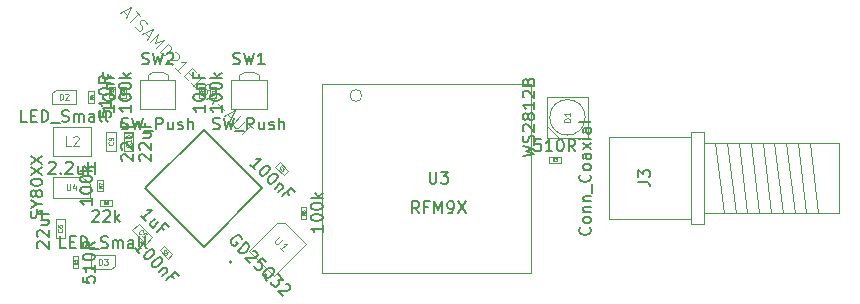
<source format=gbr>
%TF.GenerationSoftware,KiCad,Pcbnew,(5.1.6)-1*%
%TF.CreationDate,2020-12-02T12:11:42+01:00*%
%TF.ProjectId,LoRa_Dongle_Thin,4c6f5261-5f44-46f6-9e67-6c655f546869,rev?*%
%TF.SameCoordinates,Original*%
%TF.FileFunction,Other,Fab,Top*%
%FSLAX46Y46*%
G04 Gerber Fmt 4.6, Leading zero omitted, Abs format (unit mm)*
G04 Created by KiCad (PCBNEW (5.1.6)-1) date 2020-12-02 12:11:42*
%MOMM*%
%LPD*%
G01*
G04 APERTURE LIST*
%ADD10C,0.100000*%
%ADD11C,0.200000*%
%ADD12C,0.127000*%
%ADD13C,0.150000*%
%ADD14C,0.040000*%
%ADD15C,0.015000*%
%ADD16C,0.060000*%
%ADD17C,0.080000*%
%ADD18C,0.120000*%
%ADD19C,0.075000*%
G04 APERTURE END LIST*
D10*
%TO.C,C4*%
X33933377Y50422070D02*
X33226270Y51129177D01*
X34286930Y50775623D02*
X33933377Y50422070D01*
X33579823Y51482730D02*
X34286930Y50775623D01*
X33226270Y51129177D02*
X33579823Y51482730D01*
D11*
%TO.C,U2*%
X39331000Y50154202D02*
G75*
G03*
X39331000Y50154202I-100000J0D01*
G01*
D12*
X36982400Y61312347D02*
X41932147Y56362600D01*
X32032653Y56362600D02*
X36982400Y51412853D01*
X36982400Y61312347D02*
X32032653Y56362600D01*
X41932147Y56362600D02*
X36982400Y51412853D01*
D10*
%TO.C,J3*%
X78239400Y60751600D02*
X78239400Y53751600D01*
X78239400Y60751600D02*
X71239400Y60751600D01*
X71239400Y60751600D02*
X71239400Y53751600D01*
X78239400Y53751600D02*
X71239400Y53751600D01*
X90789400Y60251600D02*
X90789400Y54251600D01*
X90789400Y60251600D02*
X79359400Y60251600D01*
X90789400Y54251600D02*
X79359400Y54251600D01*
X78239400Y53351600D02*
X79359400Y53351600D01*
X79359400Y53351600D02*
X79359400Y61151600D01*
X79359400Y61151600D02*
X78239400Y61151600D01*
X78239400Y61151600D02*
X78239400Y53351600D01*
X80289400Y60251600D02*
X80989400Y54251600D01*
X81289400Y60251600D02*
X81989400Y54251600D01*
X82289400Y60251600D02*
X82989400Y54251600D01*
X83289400Y60251600D02*
X83989400Y54251600D01*
X84289400Y60251600D02*
X84989400Y54251600D01*
X85289400Y60251600D02*
X85989400Y54251600D01*
X86289400Y60251600D02*
X86989400Y54251600D01*
X87289400Y60251600D02*
X87989400Y54251600D01*
X88289400Y60251600D02*
X88989400Y54251600D01*
%TO.C,U3*%
X50349000Y64226200D02*
G75*
G03*
X50349000Y64226200I-500000J0D01*
G01*
X46999000Y65226200D02*
X64699000Y65226200D01*
X64699000Y65226200D02*
X64699000Y49226200D01*
X64699000Y49226200D02*
X46999000Y49226200D01*
X46999000Y49226200D02*
X46999000Y65226200D01*
%TO.C,C5*%
X31492557Y53375728D02*
X32623928Y52244357D01*
X30926872Y52810043D02*
X31492557Y53375728D01*
X32058243Y51678672D02*
X30926872Y52810043D01*
X32623928Y52244357D02*
X32058243Y51678672D01*
%TO.C,C6*%
X24415800Y53759000D02*
X25215800Y53759000D01*
X25215800Y53759000D02*
X25215800Y52159000D01*
X25215800Y52159000D02*
X24415800Y52159000D01*
X24415800Y52159000D02*
X24415800Y53759000D01*
%TO.C,C9*%
X29508400Y59550400D02*
X28708400Y59550400D01*
X28708400Y59550400D02*
X28708400Y61150400D01*
X28708400Y61150400D02*
X29508400Y61150400D01*
X29508400Y61150400D02*
X29508400Y59550400D01*
%TO.C,C10*%
X31007000Y61150400D02*
X31007000Y59550400D01*
X30207000Y61150400D02*
X31007000Y61150400D01*
X30207000Y59550400D02*
X30207000Y61150400D01*
X31007000Y59550400D02*
X30207000Y59550400D01*
%TO.C,D1*%
X67011600Y60632400D02*
X66011600Y61632400D01*
X69511600Y64132400D02*
X66011600Y64132400D01*
X66011600Y64132400D02*
X66011600Y60632400D01*
X66011600Y60632400D02*
X69511600Y60632400D01*
X69511600Y60632400D02*
X69511600Y64132400D01*
X69261600Y62382400D02*
G75*
G03*
X69261600Y62382400I-1500000J0D01*
G01*
%TO.C,D2*%
X26146000Y64709600D02*
X24446000Y64709600D01*
X24446000Y64709600D02*
X24146000Y64409600D01*
X24146000Y64409600D02*
X24146000Y63509600D01*
X24146000Y63509600D02*
X26146000Y63509600D01*
X26146000Y63509600D02*
X26146000Y64709600D01*
%TO.C,D3*%
X27448000Y50714200D02*
X27448000Y49514200D01*
X29448000Y50714200D02*
X27448000Y50714200D01*
X29448000Y49814200D02*
X29448000Y50714200D01*
X29148000Y49514200D02*
X29448000Y49814200D01*
X27448000Y49514200D02*
X29148000Y49514200D01*
%TO.C,L2*%
X24231800Y59100400D02*
X24231800Y61600400D01*
X24231800Y61600400D02*
X27431800Y61600400D01*
X27431800Y61600400D02*
X27431800Y59100400D01*
X27431800Y59100400D02*
X24231800Y59100400D01*
%TO.C,U1*%
X43863753Y53456767D02*
X43156647Y53456767D01*
X40761252Y51061372D02*
X43156647Y53456767D01*
X42882572Y48940052D02*
X40761252Y51061372D01*
X45631520Y51689000D02*
X42882572Y48940052D01*
X43863753Y53456767D02*
X45631520Y51689000D01*
%TO.C,U4*%
X26655600Y57364200D02*
X27305600Y56714200D01*
X27305600Y55564200D02*
X27305600Y56714200D01*
X26655600Y57364200D02*
X24205600Y57364200D01*
X24205600Y55564200D02*
X24205600Y57364200D01*
X27305600Y55564200D02*
X24205600Y55564200D01*
%TO.C,C1*%
X37519800Y64990600D02*
X38019800Y64990600D01*
X38019800Y64990600D02*
X38019800Y63990600D01*
X38019800Y63990600D02*
X37519800Y63990600D01*
X37519800Y63990600D02*
X37519800Y64990600D01*
%TO.C,C2*%
X29874400Y63990600D02*
X29874400Y64990600D01*
X30374400Y63990600D02*
X29874400Y63990600D01*
X30374400Y64990600D02*
X30374400Y63990600D01*
X29874400Y64990600D02*
X30374400Y64990600D01*
%TO.C,C3*%
X43030670Y58215777D02*
X43384223Y58569330D01*
X43384223Y58569330D02*
X44091330Y57862223D01*
X44091330Y57862223D02*
X43737777Y57508670D01*
X43737777Y57508670D02*
X43030670Y58215777D01*
%TO.C,R1*%
X37105400Y63990600D02*
X36605400Y63990600D01*
X36605400Y63990600D02*
X36605400Y64990600D01*
X36605400Y64990600D02*
X37105400Y64990600D01*
X37105400Y64990600D02*
X37105400Y63990600D01*
%TO.C,R2*%
X29434600Y63990600D02*
X28934600Y63990600D01*
X28934600Y63990600D02*
X28934600Y64990600D01*
X28934600Y64990600D02*
X29434600Y64990600D01*
X29434600Y64990600D02*
X29434600Y63990600D01*
%TO.C,R3*%
X66194800Y59051000D02*
X67194800Y59051000D01*
X66194800Y58551000D02*
X66194800Y59051000D01*
X67194800Y58551000D02*
X66194800Y58551000D01*
X67194800Y59051000D02*
X67194800Y58551000D01*
%TO.C,R4*%
X27707400Y64609600D02*
X27707400Y63609600D01*
X27207400Y64609600D02*
X27707400Y64609600D01*
X27207400Y63609600D02*
X27207400Y64609600D01*
X27707400Y63609600D02*
X27207400Y63609600D01*
%TO.C,R5*%
X26361200Y49614200D02*
X25861200Y49614200D01*
X25861200Y49614200D02*
X25861200Y50614200D01*
X25861200Y50614200D02*
X26361200Y50614200D01*
X26361200Y50614200D02*
X26361200Y49614200D01*
%TO.C,R6*%
X45665200Y54805200D02*
X45665200Y53805200D01*
X45165200Y54805200D02*
X45665200Y54805200D01*
X45165200Y53805200D02*
X45165200Y54805200D01*
X45665200Y53805200D02*
X45165200Y53805200D01*
%TO.C,R7*%
X27969400Y56116600D02*
X27969400Y57116600D01*
X28469400Y56116600D02*
X27969400Y56116600D01*
X28469400Y57116600D02*
X28469400Y56116600D01*
X27969400Y57116600D02*
X28469400Y57116600D01*
%TO.C,R8*%
X28179000Y54893400D02*
X28179000Y55393400D01*
X28179000Y55393400D02*
X29179000Y55393400D01*
X29179000Y55393400D02*
X29179000Y54893400D01*
X29179000Y54893400D02*
X28179000Y54893400D01*
%TO.C,SW1*%
X39292400Y63062800D02*
X39292400Y65562800D01*
X42292400Y63062800D02*
X39292400Y63062800D01*
X42292400Y65562800D02*
X42292400Y63062800D01*
X39292400Y65562800D02*
X42292400Y65562800D01*
X41642400Y65962800D02*
X41642400Y65562800D01*
X41242400Y66262800D02*
X41642400Y65962800D01*
X40342400Y66262800D02*
X41242400Y66262800D01*
X39942400Y65962800D02*
X40342400Y66262800D01*
X39942400Y65562800D02*
X39942400Y65962800D01*
%TO.C,SW2*%
X32220800Y65562800D02*
X32220800Y65962800D01*
X32220800Y65962800D02*
X32620800Y66262800D01*
X32620800Y66262800D02*
X33520800Y66262800D01*
X33520800Y66262800D02*
X33920800Y65962800D01*
X33920800Y65962800D02*
X33920800Y65562800D01*
X31570800Y65562800D02*
X34570800Y65562800D01*
X34570800Y65562800D02*
X34570800Y63062800D01*
X34570800Y63062800D02*
X31570800Y63062800D01*
X31570800Y63062800D02*
X31570800Y65562800D01*
%TD*%
%TO.C,C4*%
D13*
X31515071Y50899535D02*
X31111010Y51303596D01*
X31313040Y51101565D02*
X32020147Y51808672D01*
X31851788Y51775000D01*
X31717101Y51775000D01*
X31616086Y51808672D01*
X32659910Y51168909D02*
X32727254Y51101565D01*
X32760926Y51000550D01*
X32760926Y50933207D01*
X32727254Y50832191D01*
X32626239Y50663833D01*
X32457880Y50495474D01*
X32289521Y50394459D01*
X32188506Y50360787D01*
X32121162Y50360787D01*
X32020147Y50394459D01*
X31952804Y50461802D01*
X31919132Y50562817D01*
X31919132Y50630161D01*
X31952804Y50731176D01*
X32053819Y50899535D01*
X32222178Y51067894D01*
X32390536Y51168909D01*
X32491552Y51202581D01*
X32558895Y51202581D01*
X32659910Y51168909D01*
X33333346Y50495474D02*
X33400689Y50428130D01*
X33434361Y50327115D01*
X33434361Y50259772D01*
X33400689Y50158756D01*
X33299674Y49990397D01*
X33131315Y49822039D01*
X32962956Y49721023D01*
X32861941Y49687352D01*
X32794597Y49687352D01*
X32693582Y49721023D01*
X32626239Y49788367D01*
X32592567Y49889382D01*
X32592567Y49956726D01*
X32626239Y50057741D01*
X32727254Y50226100D01*
X32895613Y50394459D01*
X33063972Y50495474D01*
X33164987Y50529146D01*
X33232330Y50529146D01*
X33333346Y50495474D01*
X33636391Y49721023D02*
X33164987Y49249619D01*
X33569048Y49653680D02*
X33636391Y49653680D01*
X33737407Y49620008D01*
X33838422Y49518993D01*
X33872094Y49417978D01*
X33838422Y49316962D01*
X33468033Y48946573D01*
X34410842Y48744543D02*
X34175139Y48980245D01*
X33804750Y48609856D02*
X34511857Y49316962D01*
X34848574Y48980245D01*
D14*
X33664002Y50918728D02*
X33647166Y50918728D01*
X33613495Y50935564D01*
X33596659Y50952400D01*
X33579823Y50986071D01*
X33579823Y51019743D01*
X33588241Y51044997D01*
X33613495Y51087087D01*
X33638748Y51112340D01*
X33680838Y51137594D01*
X33706092Y51146012D01*
X33739764Y51146012D01*
X33773435Y51129176D01*
X33790271Y51112340D01*
X33807107Y51078669D01*
X33807107Y51061833D01*
X33916540Y50868220D02*
X33798689Y50750369D01*
X33941794Y50977653D02*
X33773435Y50893474D01*
X33882869Y50784041D01*
%TO.C,U2*%
D15*
X30162355Y71382726D02*
X30499072Y71046009D01*
X29892981Y71248039D02*
X30835790Y71719444D01*
X30364385Y70776635D01*
X31206179Y71349054D02*
X31610240Y70944993D01*
X30701103Y70439917D02*
X31408209Y71147024D01*
X31138835Y70069528D02*
X31206179Y69934841D01*
X31374538Y69766482D01*
X31475553Y69732810D01*
X31542896Y69732810D01*
X31643912Y69766482D01*
X31711255Y69833826D01*
X31744927Y69934841D01*
X31744927Y70002184D01*
X31711255Y70103200D01*
X31610240Y70271558D01*
X31576568Y70372574D01*
X31576568Y70439917D01*
X31610240Y70540932D01*
X31677583Y70608276D01*
X31778599Y70641948D01*
X31845942Y70641948D01*
X31946957Y70608276D01*
X32115316Y70439917D01*
X32182660Y70305230D01*
X31980629Y69564452D02*
X32317347Y69227734D01*
X31711255Y69429765D02*
X32654064Y69901169D01*
X32182660Y68958360D01*
X32418362Y68722658D02*
X33125469Y69429765D01*
X32856095Y68688986D01*
X33596873Y68958360D01*
X32889767Y68251253D01*
X33226484Y67914536D02*
X33933591Y68621642D01*
X34101950Y68453284D01*
X34169293Y68318597D01*
X34169293Y68183910D01*
X34135621Y68082894D01*
X34034606Y67914536D01*
X33933591Y67813520D01*
X33765232Y67712505D01*
X33664217Y67678833D01*
X33529530Y67678833D01*
X33394843Y67746177D01*
X33226484Y67914536D01*
X34539682Y67880864D02*
X34607026Y67880864D01*
X34708041Y67847192D01*
X34876400Y67678833D01*
X34910072Y67577818D01*
X34910072Y67510475D01*
X34876400Y67409459D01*
X34809056Y67342116D01*
X34674369Y67274772D01*
X33866247Y67274772D01*
X34303980Y66837040D01*
X34977415Y66163605D02*
X34573354Y66567666D01*
X34775385Y66365635D02*
X35482491Y67072742D01*
X35314133Y67039070D01*
X35179446Y67039070D01*
X35078430Y67072742D01*
X35650850Y66230948D02*
X35886552Y65995246D01*
X35617178Y65523841D02*
X35280461Y65860559D01*
X35987568Y66567666D01*
X36324285Y66230948D01*
X36290613Y64850406D02*
X35886552Y65254467D01*
X36088583Y65052437D02*
X36795690Y65759544D01*
X36627331Y65725872D01*
X36492644Y65725872D01*
X36391629Y65759544D01*
X37098735Y64850406D02*
X37065064Y64951422D01*
X37065064Y65018765D01*
X37098735Y65119780D01*
X37132407Y65153452D01*
X37233422Y65187124D01*
X37300766Y65187124D01*
X37401781Y65153452D01*
X37536468Y65018765D01*
X37570140Y64917750D01*
X37570140Y64850406D01*
X37536468Y64749391D01*
X37502796Y64715719D01*
X37401781Y64682048D01*
X37334438Y64682048D01*
X37233422Y64715719D01*
X37098735Y64850406D01*
X36997720Y64884078D01*
X36930377Y64884078D01*
X36829361Y64850406D01*
X36694674Y64715719D01*
X36661003Y64614704D01*
X36661003Y64547361D01*
X36694674Y64446345D01*
X36829361Y64311658D01*
X36930377Y64277987D01*
X36997720Y64277987D01*
X37098735Y64311658D01*
X37233422Y64446345D01*
X37267094Y64547361D01*
X37267094Y64614704D01*
X37233422Y64715719D01*
X37435453Y64109628D02*
X37772170Y63772910D01*
X37166079Y63974941D02*
X38108888Y64446345D01*
X37637483Y63503536D01*
X38142560Y63537208D02*
X38681308Y62998460D01*
X38917010Y62628071D02*
X39253728Y62291353D01*
X38647636Y62493384D02*
X39590445Y62964788D01*
X39119041Y62021979D01*
X40061850Y62493384D02*
X39489430Y61920964D01*
X39455758Y61819949D01*
X39455758Y61752605D01*
X39489430Y61651590D01*
X39624117Y61516903D01*
X39725132Y61483231D01*
X39792476Y61483231D01*
X39893491Y61516903D01*
X40465911Y62089323D01*
X40701613Y61853620D02*
X41105674Y61449559D01*
X40196537Y60944483D02*
X40903643Y61651590D01*
%TO.C,J3*%
D13*
X69646542Y53061123D02*
X69694161Y53013504D01*
X69741780Y52870647D01*
X69741780Y52775409D01*
X69694161Y52632552D01*
X69598923Y52537314D01*
X69503685Y52489695D01*
X69313209Y52442076D01*
X69170352Y52442076D01*
X68979876Y52489695D01*
X68884638Y52537314D01*
X68789400Y52632552D01*
X68741780Y52775409D01*
X68741780Y52870647D01*
X68789400Y53013504D01*
X68837019Y53061123D01*
X69741780Y53632552D02*
X69694161Y53537314D01*
X69646542Y53489695D01*
X69551304Y53442076D01*
X69265590Y53442076D01*
X69170352Y53489695D01*
X69122733Y53537314D01*
X69075114Y53632552D01*
X69075114Y53775409D01*
X69122733Y53870647D01*
X69170352Y53918266D01*
X69265590Y53965885D01*
X69551304Y53965885D01*
X69646542Y53918266D01*
X69694161Y53870647D01*
X69741780Y53775409D01*
X69741780Y53632552D01*
X69075114Y54394457D02*
X69741780Y54394457D01*
X69170352Y54394457D02*
X69122733Y54442076D01*
X69075114Y54537314D01*
X69075114Y54680171D01*
X69122733Y54775409D01*
X69217971Y54823028D01*
X69741780Y54823028D01*
X69075114Y55299219D02*
X69741780Y55299219D01*
X69170352Y55299219D02*
X69122733Y55346838D01*
X69075114Y55442076D01*
X69075114Y55584933D01*
X69122733Y55680171D01*
X69217971Y55727790D01*
X69741780Y55727790D01*
X69837019Y55965885D02*
X69837019Y56727790D01*
X69646542Y57537314D02*
X69694161Y57489695D01*
X69741780Y57346838D01*
X69741780Y57251600D01*
X69694161Y57108742D01*
X69598923Y57013504D01*
X69503685Y56965885D01*
X69313209Y56918266D01*
X69170352Y56918266D01*
X68979876Y56965885D01*
X68884638Y57013504D01*
X68789400Y57108742D01*
X68741780Y57251600D01*
X68741780Y57346838D01*
X68789400Y57489695D01*
X68837019Y57537314D01*
X69741780Y58108742D02*
X69694161Y58013504D01*
X69646542Y57965885D01*
X69551304Y57918266D01*
X69265590Y57918266D01*
X69170352Y57965885D01*
X69122733Y58013504D01*
X69075114Y58108742D01*
X69075114Y58251600D01*
X69122733Y58346838D01*
X69170352Y58394457D01*
X69265590Y58442076D01*
X69551304Y58442076D01*
X69646542Y58394457D01*
X69694161Y58346838D01*
X69741780Y58251600D01*
X69741780Y58108742D01*
X69741780Y59299219D02*
X69217971Y59299219D01*
X69122733Y59251600D01*
X69075114Y59156361D01*
X69075114Y58965885D01*
X69122733Y58870647D01*
X69694161Y59299219D02*
X69741780Y59203980D01*
X69741780Y58965885D01*
X69694161Y58870647D01*
X69598923Y58823028D01*
X69503685Y58823028D01*
X69408447Y58870647D01*
X69360828Y58965885D01*
X69360828Y59203980D01*
X69313209Y59299219D01*
X69741780Y59680171D02*
X69075114Y60203980D01*
X69075114Y59680171D02*
X69741780Y60203980D01*
X69741780Y60584933D02*
X69075114Y60584933D01*
X68741780Y60584933D02*
X68789400Y60537314D01*
X68837019Y60584933D01*
X68789400Y60632552D01*
X68741780Y60584933D01*
X68837019Y60584933D01*
X69741780Y61489695D02*
X69217971Y61489695D01*
X69122733Y61442076D01*
X69075114Y61346838D01*
X69075114Y61156361D01*
X69122733Y61061123D01*
X69694161Y61489695D02*
X69741780Y61394457D01*
X69741780Y61156361D01*
X69694161Y61061123D01*
X69598923Y61013504D01*
X69503685Y61013504D01*
X69408447Y61061123D01*
X69360828Y61156361D01*
X69360828Y61394457D01*
X69313209Y61489695D01*
X69741780Y62108742D02*
X69694161Y62013504D01*
X69598923Y61965885D01*
X68741780Y61965885D01*
X73741780Y56918266D02*
X74456066Y56918266D01*
X74598923Y56870647D01*
X74694161Y56775409D01*
X74741780Y56632552D01*
X74741780Y56537314D01*
X73741780Y57299219D02*
X73741780Y57918266D01*
X74122733Y57584933D01*
X74122733Y57727790D01*
X74170352Y57823028D01*
X74217971Y57870647D01*
X74313209Y57918266D01*
X74551304Y57918266D01*
X74646542Y57870647D01*
X74694161Y57823028D01*
X74741780Y57727790D01*
X74741780Y57442076D01*
X74694161Y57346838D01*
X74646542Y57299219D01*
%TO.C,U3*%
X55206142Y54273819D02*
X54872809Y54750009D01*
X54634714Y54273819D02*
X54634714Y55273819D01*
X55015666Y55273819D01*
X55110904Y55226200D01*
X55158523Y55178580D01*
X55206142Y55083342D01*
X55206142Y54940485D01*
X55158523Y54845247D01*
X55110904Y54797628D01*
X55015666Y54750009D01*
X54634714Y54750009D01*
X55968047Y54797628D02*
X55634714Y54797628D01*
X55634714Y54273819D02*
X55634714Y55273819D01*
X56110904Y55273819D01*
X56491857Y54273819D02*
X56491857Y55273819D01*
X56825190Y54559533D01*
X57158523Y55273819D01*
X57158523Y54273819D01*
X57682333Y54273819D02*
X57872809Y54273819D01*
X57968047Y54321438D01*
X58015666Y54369057D01*
X58110904Y54511914D01*
X58158523Y54702390D01*
X58158523Y55083342D01*
X58110904Y55178580D01*
X58063285Y55226200D01*
X57968047Y55273819D01*
X57777571Y55273819D01*
X57682333Y55226200D01*
X57634714Y55178580D01*
X57587095Y55083342D01*
X57587095Y54845247D01*
X57634714Y54750009D01*
X57682333Y54702390D01*
X57777571Y54654771D01*
X57968047Y54654771D01*
X58063285Y54702390D01*
X58110904Y54750009D01*
X58158523Y54845247D01*
X58491857Y55273819D02*
X59158523Y54273819D01*
X59158523Y55273819D02*
X58491857Y54273819D01*
X56087095Y57773819D02*
X56087095Y56964295D01*
X56134714Y56869057D01*
X56182333Y56821438D01*
X56277571Y56773819D01*
X56468047Y56773819D01*
X56563285Y56821438D01*
X56610904Y56869057D01*
X56658523Y56964295D01*
X56658523Y57773819D01*
X57039476Y57773819D02*
X57658523Y57773819D01*
X57325190Y57392866D01*
X57468047Y57392866D01*
X57563285Y57345247D01*
X57610904Y57297628D01*
X57658523Y57202390D01*
X57658523Y56964295D01*
X57610904Y56869057D01*
X57563285Y56821438D01*
X57468047Y56773819D01*
X57182333Y56773819D01*
X57087095Y56821438D01*
X57039476Y56869057D01*
%TO.C,C5*%
X32045784Y53639378D02*
X31641723Y54043439D01*
X31843753Y53841408D02*
X32550860Y54548515D01*
X32382501Y54514843D01*
X32247814Y54514843D01*
X32146799Y54548515D01*
X33123280Y53504691D02*
X32651875Y53033286D01*
X32820234Y53807737D02*
X32449845Y53437347D01*
X32416173Y53336332D01*
X32449845Y53235317D01*
X32550860Y53134301D01*
X32651875Y53100630D01*
X32719219Y53100630D01*
X33594685Y52831256D02*
X33358982Y53066958D01*
X32988593Y52696569D02*
X33695700Y53403675D01*
X34032417Y53066958D01*
D16*
X31627244Y52473325D02*
X31600306Y52473325D01*
X31546432Y52500262D01*
X31519494Y52527200D01*
X31492557Y52581074D01*
X31492557Y52634949D01*
X31506025Y52675355D01*
X31546432Y52742699D01*
X31586838Y52783105D01*
X31654181Y52823511D01*
X31694587Y52836980D01*
X31748462Y52836980D01*
X31802337Y52810042D01*
X31829274Y52783105D01*
X31856212Y52729230D01*
X31856212Y52702293D01*
X32139054Y52473325D02*
X32004367Y52608012D01*
X31856212Y52486793D01*
X31883149Y52486793D01*
X31923555Y52473325D01*
X31990899Y52405981D01*
X32004367Y52365575D01*
X32004367Y52338638D01*
X31990899Y52298232D01*
X31923555Y52230888D01*
X31883149Y52217419D01*
X31856212Y52217419D01*
X31815806Y52230888D01*
X31748462Y52298232D01*
X31734993Y52338638D01*
X31734993Y52365575D01*
%TO.C,C6*%
D13*
X22933419Y51316142D02*
X22885800Y51363761D01*
X22838180Y51459000D01*
X22838180Y51697095D01*
X22885800Y51792333D01*
X22933419Y51839952D01*
X23028657Y51887571D01*
X23123895Y51887571D01*
X23266752Y51839952D01*
X23838180Y51268523D01*
X23838180Y51887571D01*
X22933419Y52268523D02*
X22885800Y52316142D01*
X22838180Y52411380D01*
X22838180Y52649476D01*
X22885800Y52744714D01*
X22933419Y52792333D01*
X23028657Y52839952D01*
X23123895Y52839952D01*
X23266752Y52792333D01*
X23838180Y52220904D01*
X23838180Y52839952D01*
X23171514Y53697095D02*
X23838180Y53697095D01*
X23171514Y53268523D02*
X23695323Y53268523D01*
X23790561Y53316142D01*
X23838180Y53411380D01*
X23838180Y53554238D01*
X23790561Y53649476D01*
X23742942Y53697095D01*
X23314371Y54506619D02*
X23314371Y54173285D01*
X23838180Y54173285D02*
X22838180Y54173285D01*
X22838180Y54649476D01*
D16*
X24958657Y52892333D02*
X24977704Y52873285D01*
X24996752Y52816142D01*
X24996752Y52778047D01*
X24977704Y52720904D01*
X24939609Y52682809D01*
X24901514Y52663761D01*
X24825323Y52644714D01*
X24768180Y52644714D01*
X24691990Y52663761D01*
X24653895Y52682809D01*
X24615800Y52720904D01*
X24596752Y52778047D01*
X24596752Y52816142D01*
X24615800Y52873285D01*
X24634847Y52892333D01*
X24596752Y53235190D02*
X24596752Y53159000D01*
X24615800Y53120904D01*
X24634847Y53101857D01*
X24691990Y53063761D01*
X24768180Y53044714D01*
X24920561Y53044714D01*
X24958657Y53063761D01*
X24977704Y53082809D01*
X24996752Y53120904D01*
X24996752Y53197095D01*
X24977704Y53235190D01*
X24958657Y53254238D01*
X24920561Y53273285D01*
X24825323Y53273285D01*
X24787228Y53254238D01*
X24768180Y53235190D01*
X24749133Y53197095D01*
X24749133Y53120904D01*
X24768180Y53082809D01*
X24787228Y53063761D01*
X24825323Y53044714D01*
%TO.C,C9*%
D13*
X30086019Y58707542D02*
X30038400Y58755161D01*
X29990780Y58850400D01*
X29990780Y59088495D01*
X30038400Y59183733D01*
X30086019Y59231352D01*
X30181257Y59278971D01*
X30276495Y59278971D01*
X30419352Y59231352D01*
X30990780Y58659923D01*
X30990780Y59278971D01*
X30086019Y59659923D02*
X30038400Y59707542D01*
X29990780Y59802780D01*
X29990780Y60040876D01*
X30038400Y60136114D01*
X30086019Y60183733D01*
X30181257Y60231352D01*
X30276495Y60231352D01*
X30419352Y60183733D01*
X30990780Y59612304D01*
X30990780Y60231352D01*
X30324114Y61088495D02*
X30990780Y61088495D01*
X30324114Y60659923D02*
X30847923Y60659923D01*
X30943161Y60707542D01*
X30990780Y60802780D01*
X30990780Y60945638D01*
X30943161Y61040876D01*
X30895542Y61088495D01*
X30466971Y61898019D02*
X30466971Y61564685D01*
X30990780Y61564685D02*
X29990780Y61564685D01*
X29990780Y62040876D01*
D16*
X29251257Y60283733D02*
X29270304Y60264685D01*
X29289352Y60207542D01*
X29289352Y60169447D01*
X29270304Y60112304D01*
X29232209Y60074209D01*
X29194114Y60055161D01*
X29117923Y60036114D01*
X29060780Y60036114D01*
X28984590Y60055161D01*
X28946495Y60074209D01*
X28908400Y60112304D01*
X28889352Y60169447D01*
X28889352Y60207542D01*
X28908400Y60264685D01*
X28927447Y60283733D01*
X29289352Y60474209D02*
X29289352Y60550400D01*
X29270304Y60588495D01*
X29251257Y60607542D01*
X29194114Y60645638D01*
X29117923Y60664685D01*
X28965542Y60664685D01*
X28927447Y60645638D01*
X28908400Y60626590D01*
X28889352Y60588495D01*
X28889352Y60512304D01*
X28908400Y60474209D01*
X28927447Y60455161D01*
X28965542Y60436114D01*
X29060780Y60436114D01*
X29098876Y60455161D01*
X29117923Y60474209D01*
X29136971Y60512304D01*
X29136971Y60588495D01*
X29117923Y60626590D01*
X29098876Y60645638D01*
X29060780Y60664685D01*
%TO.C,C10*%
D13*
X31584619Y58707542D02*
X31537000Y58755161D01*
X31489380Y58850400D01*
X31489380Y59088495D01*
X31537000Y59183733D01*
X31584619Y59231352D01*
X31679857Y59278971D01*
X31775095Y59278971D01*
X31917952Y59231352D01*
X32489380Y58659923D01*
X32489380Y59278971D01*
X31584619Y59659923D02*
X31537000Y59707542D01*
X31489380Y59802780D01*
X31489380Y60040876D01*
X31537000Y60136114D01*
X31584619Y60183733D01*
X31679857Y60231352D01*
X31775095Y60231352D01*
X31917952Y60183733D01*
X32489380Y59612304D01*
X32489380Y60231352D01*
X31822714Y61088495D02*
X32489380Y61088495D01*
X31822714Y60659923D02*
X32346523Y60659923D01*
X32441761Y60707542D01*
X32489380Y60802780D01*
X32489380Y60945638D01*
X32441761Y61040876D01*
X32394142Y61088495D01*
X31965571Y61898019D02*
X31965571Y61564685D01*
X32489380Y61564685D02*
X31489380Y61564685D01*
X31489380Y62040876D01*
D16*
X30749857Y60093257D02*
X30768904Y60074209D01*
X30787952Y60017066D01*
X30787952Y59978971D01*
X30768904Y59921828D01*
X30730809Y59883733D01*
X30692714Y59864685D01*
X30616523Y59845638D01*
X30559380Y59845638D01*
X30483190Y59864685D01*
X30445095Y59883733D01*
X30407000Y59921828D01*
X30387952Y59978971D01*
X30387952Y60017066D01*
X30407000Y60074209D01*
X30426047Y60093257D01*
X30787952Y60474209D02*
X30787952Y60245638D01*
X30787952Y60359923D02*
X30387952Y60359923D01*
X30445095Y60321828D01*
X30483190Y60283733D01*
X30502238Y60245638D01*
X30387952Y60721828D02*
X30387952Y60759923D01*
X30407000Y60798019D01*
X30426047Y60817066D01*
X30464142Y60836114D01*
X30540333Y60855161D01*
X30635571Y60855161D01*
X30711761Y60836114D01*
X30749857Y60817066D01*
X30768904Y60798019D01*
X30787952Y60759923D01*
X30787952Y60721828D01*
X30768904Y60683733D01*
X30749857Y60664685D01*
X30711761Y60645638D01*
X30635571Y60626590D01*
X30540333Y60626590D01*
X30464142Y60645638D01*
X30426047Y60664685D01*
X30407000Y60683733D01*
X30387952Y60721828D01*
%TO.C,D1*%
D13*
X63963980Y59072876D02*
X64963980Y59310971D01*
X64249695Y59501447D01*
X64963980Y59691923D01*
X63963980Y59930019D01*
X64916361Y60263352D02*
X64963980Y60406209D01*
X64963980Y60644304D01*
X64916361Y60739542D01*
X64868742Y60787161D01*
X64773504Y60834780D01*
X64678266Y60834780D01*
X64583028Y60787161D01*
X64535409Y60739542D01*
X64487790Y60644304D01*
X64440171Y60453828D01*
X64392552Y60358590D01*
X64344933Y60310971D01*
X64249695Y60263352D01*
X64154457Y60263352D01*
X64059219Y60310971D01*
X64011600Y60358590D01*
X63963980Y60453828D01*
X63963980Y60691923D01*
X64011600Y60834780D01*
X64059219Y61215733D02*
X64011600Y61263352D01*
X63963980Y61358590D01*
X63963980Y61596685D01*
X64011600Y61691923D01*
X64059219Y61739542D01*
X64154457Y61787161D01*
X64249695Y61787161D01*
X64392552Y61739542D01*
X64963980Y61168114D01*
X64963980Y61787161D01*
X64392552Y62358590D02*
X64344933Y62263352D01*
X64297314Y62215733D01*
X64202076Y62168114D01*
X64154457Y62168114D01*
X64059219Y62215733D01*
X64011600Y62263352D01*
X63963980Y62358590D01*
X63963980Y62549066D01*
X64011600Y62644304D01*
X64059219Y62691923D01*
X64154457Y62739542D01*
X64202076Y62739542D01*
X64297314Y62691923D01*
X64344933Y62644304D01*
X64392552Y62549066D01*
X64392552Y62358590D01*
X64440171Y62263352D01*
X64487790Y62215733D01*
X64583028Y62168114D01*
X64773504Y62168114D01*
X64868742Y62215733D01*
X64916361Y62263352D01*
X64963980Y62358590D01*
X64963980Y62549066D01*
X64916361Y62644304D01*
X64868742Y62691923D01*
X64773504Y62739542D01*
X64583028Y62739542D01*
X64487790Y62691923D01*
X64440171Y62644304D01*
X64392552Y62549066D01*
X64963980Y63691923D02*
X64963980Y63120495D01*
X64963980Y63406209D02*
X63963980Y63406209D01*
X64106838Y63310971D01*
X64202076Y63215733D01*
X64249695Y63120495D01*
X64059219Y64072876D02*
X64011600Y64120495D01*
X63963980Y64215733D01*
X63963980Y64453828D01*
X64011600Y64549066D01*
X64059219Y64596685D01*
X64154457Y64644304D01*
X64249695Y64644304D01*
X64392552Y64596685D01*
X64963980Y64025257D01*
X64963980Y64644304D01*
X64440171Y65406209D02*
X64487790Y65549066D01*
X64535409Y65596685D01*
X64630647Y65644304D01*
X64773504Y65644304D01*
X64868742Y65596685D01*
X64916361Y65549066D01*
X64963980Y65453828D01*
X64963980Y65072876D01*
X63963980Y65072876D01*
X63963980Y65406209D01*
X64011600Y65501447D01*
X64059219Y65549066D01*
X64154457Y65596685D01*
X64249695Y65596685D01*
X64344933Y65549066D01*
X64392552Y65501447D01*
X64440171Y65406209D01*
X64440171Y65072876D01*
D10*
X67987790Y62013352D02*
X67487790Y62013352D01*
X67487790Y62132400D01*
X67511600Y62203828D01*
X67559219Y62251447D01*
X67606838Y62275257D01*
X67702076Y62299066D01*
X67773504Y62299066D01*
X67868742Y62275257D01*
X67916361Y62251447D01*
X67963980Y62203828D01*
X67987790Y62132400D01*
X67987790Y62013352D01*
X67987790Y62775257D02*
X67987790Y62489542D01*
X67987790Y62632400D02*
X67487790Y62632400D01*
X67559219Y62584780D01*
X67606838Y62537161D01*
X67630647Y62489542D01*
%TO.C,D2*%
D13*
X22003142Y62007219D02*
X21526952Y62007219D01*
X21526952Y63007219D01*
X22336476Y62531028D02*
X22669809Y62531028D01*
X22812666Y62007219D02*
X22336476Y62007219D01*
X22336476Y63007219D01*
X22812666Y63007219D01*
X23241238Y62007219D02*
X23241238Y63007219D01*
X23479333Y63007219D01*
X23622190Y62959600D01*
X23717428Y62864361D01*
X23765047Y62769123D01*
X23812666Y62578647D01*
X23812666Y62435790D01*
X23765047Y62245314D01*
X23717428Y62150076D01*
X23622190Y62054838D01*
X23479333Y62007219D01*
X23241238Y62007219D01*
X24003142Y61911980D02*
X24765047Y61911980D01*
X24955523Y62054838D02*
X25098380Y62007219D01*
X25336476Y62007219D01*
X25431714Y62054838D01*
X25479333Y62102457D01*
X25526952Y62197695D01*
X25526952Y62292933D01*
X25479333Y62388171D01*
X25431714Y62435790D01*
X25336476Y62483409D01*
X25146000Y62531028D01*
X25050761Y62578647D01*
X25003142Y62626266D01*
X24955523Y62721504D01*
X24955523Y62816742D01*
X25003142Y62911980D01*
X25050761Y62959600D01*
X25146000Y63007219D01*
X25384095Y63007219D01*
X25526952Y62959600D01*
X25955523Y62007219D02*
X25955523Y62673885D01*
X25955523Y62578647D02*
X26003142Y62626266D01*
X26098380Y62673885D01*
X26241238Y62673885D01*
X26336476Y62626266D01*
X26384095Y62531028D01*
X26384095Y62007219D01*
X26384095Y62531028D02*
X26431714Y62626266D01*
X26526952Y62673885D01*
X26669809Y62673885D01*
X26765047Y62626266D01*
X26812666Y62531028D01*
X26812666Y62007219D01*
X27717428Y62007219D02*
X27717428Y62531028D01*
X27669809Y62626266D01*
X27574571Y62673885D01*
X27384095Y62673885D01*
X27288857Y62626266D01*
X27717428Y62054838D02*
X27622190Y62007219D01*
X27384095Y62007219D01*
X27288857Y62054838D01*
X27241238Y62150076D01*
X27241238Y62245314D01*
X27288857Y62340552D01*
X27384095Y62388171D01*
X27622190Y62388171D01*
X27717428Y62435790D01*
X28336476Y62007219D02*
X28241238Y62054838D01*
X28193619Y62150076D01*
X28193619Y63007219D01*
X28860285Y62007219D02*
X28765047Y62054838D01*
X28717428Y62150076D01*
X28717428Y63007219D01*
D17*
X24776952Y63883409D02*
X24776952Y64383409D01*
X24896000Y64383409D01*
X24967428Y64359600D01*
X25015047Y64311980D01*
X25038857Y64264361D01*
X25062666Y64169123D01*
X25062666Y64097695D01*
X25038857Y64002457D01*
X25015047Y63954838D01*
X24967428Y63907219D01*
X24896000Y63883409D01*
X24776952Y63883409D01*
X25253142Y64335790D02*
X25276952Y64359600D01*
X25324571Y64383409D01*
X25443619Y64383409D01*
X25491238Y64359600D01*
X25515047Y64335790D01*
X25538857Y64288171D01*
X25538857Y64240552D01*
X25515047Y64169123D01*
X25229333Y63883409D01*
X25538857Y63883409D01*
%TO.C,D3*%
D13*
X25305142Y51311819D02*
X24828952Y51311819D01*
X24828952Y52311819D01*
X25638476Y51835628D02*
X25971809Y51835628D01*
X26114666Y51311819D02*
X25638476Y51311819D01*
X25638476Y52311819D01*
X26114666Y52311819D01*
X26543238Y51311819D02*
X26543238Y52311819D01*
X26781333Y52311819D01*
X26924190Y52264200D01*
X27019428Y52168961D01*
X27067047Y52073723D01*
X27114666Y51883247D01*
X27114666Y51740390D01*
X27067047Y51549914D01*
X27019428Y51454676D01*
X26924190Y51359438D01*
X26781333Y51311819D01*
X26543238Y51311819D01*
X27305142Y51216580D02*
X28067047Y51216580D01*
X28257523Y51359438D02*
X28400380Y51311819D01*
X28638476Y51311819D01*
X28733714Y51359438D01*
X28781333Y51407057D01*
X28828952Y51502295D01*
X28828952Y51597533D01*
X28781333Y51692771D01*
X28733714Y51740390D01*
X28638476Y51788009D01*
X28448000Y51835628D01*
X28352761Y51883247D01*
X28305142Y51930866D01*
X28257523Y52026104D01*
X28257523Y52121342D01*
X28305142Y52216580D01*
X28352761Y52264200D01*
X28448000Y52311819D01*
X28686095Y52311819D01*
X28828952Y52264200D01*
X29257523Y51311819D02*
X29257523Y51978485D01*
X29257523Y51883247D02*
X29305142Y51930866D01*
X29400380Y51978485D01*
X29543238Y51978485D01*
X29638476Y51930866D01*
X29686095Y51835628D01*
X29686095Y51311819D01*
X29686095Y51835628D02*
X29733714Y51930866D01*
X29828952Y51978485D01*
X29971809Y51978485D01*
X30067047Y51930866D01*
X30114666Y51835628D01*
X30114666Y51311819D01*
X31019428Y51311819D02*
X31019428Y51835628D01*
X30971809Y51930866D01*
X30876571Y51978485D01*
X30686095Y51978485D01*
X30590857Y51930866D01*
X31019428Y51359438D02*
X30924190Y51311819D01*
X30686095Y51311819D01*
X30590857Y51359438D01*
X30543238Y51454676D01*
X30543238Y51549914D01*
X30590857Y51645152D01*
X30686095Y51692771D01*
X30924190Y51692771D01*
X31019428Y51740390D01*
X31638476Y51311819D02*
X31543238Y51359438D01*
X31495619Y51454676D01*
X31495619Y52311819D01*
X32162285Y51311819D02*
X32067047Y51359438D01*
X32019428Y51454676D01*
X32019428Y52311819D01*
D17*
X28078952Y49888009D02*
X28078952Y50388009D01*
X28198000Y50388009D01*
X28269428Y50364200D01*
X28317047Y50316580D01*
X28340857Y50268961D01*
X28364666Y50173723D01*
X28364666Y50102295D01*
X28340857Y50007057D01*
X28317047Y49959438D01*
X28269428Y49911819D01*
X28198000Y49888009D01*
X28078952Y49888009D01*
X28531333Y50388009D02*
X28840857Y50388009D01*
X28674190Y50197533D01*
X28745619Y50197533D01*
X28793238Y50173723D01*
X28817047Y50149914D01*
X28840857Y50102295D01*
X28840857Y49983247D01*
X28817047Y49935628D01*
X28793238Y49911819D01*
X28745619Y49888009D01*
X28602761Y49888009D01*
X28555142Y49911819D01*
X28531333Y49935628D01*
%TO.C,L2*%
D13*
X23855609Y58522780D02*
X23903228Y58570400D01*
X23998466Y58618019D01*
X24236561Y58618019D01*
X24331800Y58570400D01*
X24379419Y58522780D01*
X24427038Y58427542D01*
X24427038Y58332304D01*
X24379419Y58189447D01*
X23807990Y57618019D01*
X24427038Y57618019D01*
X24855609Y57713257D02*
X24903228Y57665638D01*
X24855609Y57618019D01*
X24807990Y57665638D01*
X24855609Y57713257D01*
X24855609Y57618019D01*
X25284180Y58522780D02*
X25331800Y58570400D01*
X25427038Y58618019D01*
X25665133Y58618019D01*
X25760371Y58570400D01*
X25807990Y58522780D01*
X25855609Y58427542D01*
X25855609Y58332304D01*
X25807990Y58189447D01*
X25236561Y57618019D01*
X25855609Y57618019D01*
X26712752Y58284685D02*
X26712752Y57618019D01*
X26284180Y58284685D02*
X26284180Y57760876D01*
X26331800Y57665638D01*
X26427038Y57618019D01*
X26569895Y57618019D01*
X26665133Y57665638D01*
X26712752Y57713257D01*
X27188942Y57618019D02*
X27188942Y58618019D01*
X27188942Y58141828D02*
X27760371Y58141828D01*
X27760371Y57618019D02*
X27760371Y58618019D01*
D18*
X25698466Y59988495D02*
X25317514Y59988495D01*
X25317514Y60788495D01*
X25927038Y60712304D02*
X25965133Y60750400D01*
X26041323Y60788495D01*
X26231800Y60788495D01*
X26307990Y60750400D01*
X26346085Y60712304D01*
X26384180Y60636114D01*
X26384180Y60559923D01*
X26346085Y60445638D01*
X25888942Y59988495D01*
X26384180Y59988495D01*
%TO.C,U1*%
D13*
X40182084Y52117978D02*
X40148412Y52218993D01*
X40047397Y52320008D01*
X39912710Y52387352D01*
X39778023Y52387352D01*
X39677008Y52353680D01*
X39508649Y52252665D01*
X39407634Y52151650D01*
X39306618Y51983291D01*
X39272947Y51882276D01*
X39272947Y51747589D01*
X39340290Y51612902D01*
X39407634Y51545558D01*
X39542321Y51478215D01*
X39609664Y51478215D01*
X39845366Y51713917D01*
X39710679Y51848604D01*
X39845366Y51107825D02*
X40552473Y51814932D01*
X40720832Y51646573D01*
X40788175Y51511886D01*
X40788175Y51377199D01*
X40754504Y51276184D01*
X40653488Y51107825D01*
X40552473Y51006810D01*
X40384114Y50905795D01*
X40283099Y50872123D01*
X40148412Y50872123D01*
X40013725Y50939467D01*
X39845366Y51107825D01*
X41158565Y51074154D02*
X41225908Y51074154D01*
X41326923Y51040482D01*
X41495282Y50872123D01*
X41528954Y50771108D01*
X41528954Y50703764D01*
X41495282Y50602749D01*
X41427939Y50535406D01*
X41293252Y50468062D01*
X40485130Y50468062D01*
X40922862Y50030329D01*
X42269732Y50097673D02*
X41933015Y50434390D01*
X41562626Y50131345D01*
X41629969Y50131345D01*
X41730984Y50097673D01*
X41899343Y49929314D01*
X41933015Y49828299D01*
X41933015Y49760955D01*
X41899343Y49659940D01*
X41730984Y49491581D01*
X41629969Y49457910D01*
X41562626Y49457910D01*
X41461610Y49491581D01*
X41293252Y49659940D01*
X41259580Y49760955D01*
X41259580Y49828299D01*
X42303404Y48515101D02*
X42269732Y48616116D01*
X42269732Y48750803D01*
X42269732Y48952833D01*
X42236061Y49053849D01*
X42168717Y49121192D01*
X42034030Y48919162D02*
X42000358Y49020177D01*
X42000358Y49154864D01*
X42101374Y49323223D01*
X42337076Y49558925D01*
X42505435Y49659940D01*
X42640122Y49659940D01*
X42741137Y49626268D01*
X42875824Y49491581D01*
X42909496Y49390566D01*
X42909496Y49255879D01*
X42808480Y49087520D01*
X42572778Y48851818D01*
X42404419Y48750803D01*
X42269732Y48750803D01*
X42168717Y48784475D01*
X42034030Y48919162D01*
X43279885Y49087520D02*
X43717618Y48649788D01*
X43212541Y48616116D01*
X43313557Y48515101D01*
X43347228Y48414085D01*
X43347228Y48346742D01*
X43313557Y48245727D01*
X43145198Y48077368D01*
X43044183Y48043696D01*
X42976839Y48043696D01*
X42875824Y48077368D01*
X42673793Y48279398D01*
X42640122Y48380414D01*
X42640122Y48447757D01*
X43919648Y48313070D02*
X43986992Y48313070D01*
X44088007Y48279398D01*
X44256366Y48111040D01*
X44290037Y48010024D01*
X44290037Y47942681D01*
X44256366Y47841666D01*
X44189022Y47774322D01*
X44054335Y47706979D01*
X43246213Y47706979D01*
X43683946Y47269246D01*
D10*
X43404133Y52337181D02*
X43003440Y51936487D01*
X42979869Y51865776D01*
X42979869Y51818636D01*
X43003440Y51747925D01*
X43097721Y51653644D01*
X43168431Y51630074D01*
X43215572Y51630074D01*
X43286282Y51653644D01*
X43686976Y52054338D01*
X43686976Y51064389D02*
X43404133Y51347231D01*
X43545555Y51205810D02*
X44040530Y51700785D01*
X43922678Y51677214D01*
X43828398Y51677214D01*
X43757687Y51700785D01*
%TO.C,U4*%
D13*
X23260361Y53845152D02*
X23307980Y53988009D01*
X23307980Y54226104D01*
X23260361Y54321342D01*
X23212742Y54368961D01*
X23117504Y54416580D01*
X23022266Y54416580D01*
X22927028Y54368961D01*
X22879409Y54321342D01*
X22831790Y54226104D01*
X22784171Y54035628D01*
X22736552Y53940390D01*
X22688933Y53892771D01*
X22593695Y53845152D01*
X22498457Y53845152D01*
X22403219Y53892771D01*
X22355600Y53940390D01*
X22307980Y54035628D01*
X22307980Y54273723D01*
X22355600Y54416580D01*
X22831790Y55035628D02*
X23307980Y55035628D01*
X22307980Y54702295D02*
X22831790Y55035628D01*
X22307980Y55368961D01*
X22736552Y55845152D02*
X22688933Y55749914D01*
X22641314Y55702295D01*
X22546076Y55654676D01*
X22498457Y55654676D01*
X22403219Y55702295D01*
X22355600Y55749914D01*
X22307980Y55845152D01*
X22307980Y56035628D01*
X22355600Y56130866D01*
X22403219Y56178485D01*
X22498457Y56226104D01*
X22546076Y56226104D01*
X22641314Y56178485D01*
X22688933Y56130866D01*
X22736552Y56035628D01*
X22736552Y55845152D01*
X22784171Y55749914D01*
X22831790Y55702295D01*
X22927028Y55654676D01*
X23117504Y55654676D01*
X23212742Y55702295D01*
X23260361Y55749914D01*
X23307980Y55845152D01*
X23307980Y56035628D01*
X23260361Y56130866D01*
X23212742Y56178485D01*
X23117504Y56226104D01*
X22927028Y56226104D01*
X22831790Y56178485D01*
X22784171Y56130866D01*
X22736552Y56035628D01*
X22307980Y56845152D02*
X22307980Y56940390D01*
X22355600Y57035628D01*
X22403219Y57083247D01*
X22498457Y57130866D01*
X22688933Y57178485D01*
X22927028Y57178485D01*
X23117504Y57130866D01*
X23212742Y57083247D01*
X23260361Y57035628D01*
X23307980Y56940390D01*
X23307980Y56845152D01*
X23260361Y56749914D01*
X23212742Y56702295D01*
X23117504Y56654676D01*
X22927028Y56607057D01*
X22688933Y56607057D01*
X22498457Y56654676D01*
X22403219Y56702295D01*
X22355600Y56749914D01*
X22307980Y56845152D01*
X22307980Y57511819D02*
X23307980Y58178485D01*
X22307980Y58178485D02*
X23307980Y57511819D01*
X22307980Y58464200D02*
X23307980Y59130866D01*
X22307980Y59130866D02*
X23307980Y58464200D01*
D19*
X25374647Y56738009D02*
X25374647Y56333247D01*
X25398457Y56285628D01*
X25422266Y56261819D01*
X25469885Y56238009D01*
X25565123Y56238009D01*
X25612742Y56261819D01*
X25636552Y56285628D01*
X25660361Y56333247D01*
X25660361Y56738009D01*
X26112742Y56571342D02*
X26112742Y56238009D01*
X25993695Y56761819D02*
X25874647Y56404676D01*
X26184171Y56404676D01*
%TO.C,C1*%
D13*
X37052180Y63419171D02*
X37052180Y62847742D01*
X37052180Y63133457D02*
X36052180Y63133457D01*
X36195038Y63038219D01*
X36290276Y62942980D01*
X36337895Y62847742D01*
X36052180Y64038219D02*
X36052180Y64133457D01*
X36099800Y64228695D01*
X36147419Y64276314D01*
X36242657Y64323933D01*
X36433133Y64371552D01*
X36671228Y64371552D01*
X36861704Y64323933D01*
X36956942Y64276314D01*
X37004561Y64228695D01*
X37052180Y64133457D01*
X37052180Y64038219D01*
X37004561Y63942980D01*
X36956942Y63895361D01*
X36861704Y63847742D01*
X36671228Y63800123D01*
X36433133Y63800123D01*
X36242657Y63847742D01*
X36147419Y63895361D01*
X36099800Y63942980D01*
X36052180Y64038219D01*
X36385514Y64800123D02*
X37052180Y64800123D01*
X36480752Y64800123D02*
X36433133Y64847742D01*
X36385514Y64942980D01*
X36385514Y65085838D01*
X36433133Y65181076D01*
X36528371Y65228695D01*
X37052180Y65228695D01*
X36528371Y66038219D02*
X36528371Y65704885D01*
X37052180Y65704885D02*
X36052180Y65704885D01*
X36052180Y66181076D01*
D14*
X37859085Y64448933D02*
X37870990Y64437028D01*
X37882895Y64401314D01*
X37882895Y64377504D01*
X37870990Y64341790D01*
X37847180Y64317980D01*
X37823371Y64306076D01*
X37775752Y64294171D01*
X37740038Y64294171D01*
X37692419Y64306076D01*
X37668609Y64317980D01*
X37644800Y64341790D01*
X37632895Y64377504D01*
X37632895Y64401314D01*
X37644800Y64437028D01*
X37656704Y64448933D01*
X37882895Y64687028D02*
X37882895Y64544171D01*
X37882895Y64615600D02*
X37632895Y64615600D01*
X37668609Y64591790D01*
X37692419Y64567980D01*
X37704323Y64544171D01*
%TO.C,C2*%
D13*
X29406780Y63419171D02*
X29406780Y62847742D01*
X29406780Y63133457D02*
X28406780Y63133457D01*
X28549638Y63038219D01*
X28644876Y62942980D01*
X28692495Y62847742D01*
X28406780Y64038219D02*
X28406780Y64133457D01*
X28454400Y64228695D01*
X28502019Y64276314D01*
X28597257Y64323933D01*
X28787733Y64371552D01*
X29025828Y64371552D01*
X29216304Y64323933D01*
X29311542Y64276314D01*
X29359161Y64228695D01*
X29406780Y64133457D01*
X29406780Y64038219D01*
X29359161Y63942980D01*
X29311542Y63895361D01*
X29216304Y63847742D01*
X29025828Y63800123D01*
X28787733Y63800123D01*
X28597257Y63847742D01*
X28502019Y63895361D01*
X28454400Y63942980D01*
X28406780Y64038219D01*
X28740114Y64800123D02*
X29406780Y64800123D01*
X28835352Y64800123D02*
X28787733Y64847742D01*
X28740114Y64942980D01*
X28740114Y65085838D01*
X28787733Y65181076D01*
X28882971Y65228695D01*
X29406780Y65228695D01*
X28882971Y66038219D02*
X28882971Y65704885D01*
X29406780Y65704885D02*
X28406780Y65704885D01*
X28406780Y66181076D01*
D14*
X30213685Y64448933D02*
X30225590Y64437028D01*
X30237495Y64401314D01*
X30237495Y64377504D01*
X30225590Y64341790D01*
X30201780Y64317980D01*
X30177971Y64306076D01*
X30130352Y64294171D01*
X30094638Y64294171D01*
X30047019Y64306076D01*
X30023209Y64317980D01*
X29999400Y64341790D01*
X29987495Y64377504D01*
X29987495Y64401314D01*
X29999400Y64437028D01*
X30011304Y64448933D01*
X30011304Y64544171D02*
X29999400Y64556076D01*
X29987495Y64579885D01*
X29987495Y64639409D01*
X29999400Y64663219D01*
X30011304Y64675123D01*
X30035114Y64687028D01*
X30058923Y64687028D01*
X30094638Y64675123D01*
X30237495Y64532266D01*
X30237495Y64687028D01*
%TO.C,C3*%
D13*
X41319471Y57986135D02*
X40915410Y58390196D01*
X41117440Y58188165D02*
X41824547Y58895272D01*
X41656188Y58861600D01*
X41521501Y58861600D01*
X41420486Y58895272D01*
X42464310Y58255509D02*
X42531654Y58188165D01*
X42565326Y58087150D01*
X42565326Y58019807D01*
X42531654Y57918791D01*
X42430639Y57750433D01*
X42262280Y57582074D01*
X42093921Y57481059D01*
X41992906Y57447387D01*
X41925562Y57447387D01*
X41824547Y57481059D01*
X41757204Y57548402D01*
X41723532Y57649417D01*
X41723532Y57716761D01*
X41757204Y57817776D01*
X41858219Y57986135D01*
X42026578Y58154494D01*
X42194936Y58255509D01*
X42295952Y58289181D01*
X42363295Y58289181D01*
X42464310Y58255509D01*
X43137746Y57582074D02*
X43205089Y57514730D01*
X43238761Y57413715D01*
X43238761Y57346372D01*
X43205089Y57245356D01*
X43104074Y57076997D01*
X42935715Y56908639D01*
X42767356Y56807623D01*
X42666341Y56773952D01*
X42598997Y56773952D01*
X42497982Y56807623D01*
X42430639Y56874967D01*
X42396967Y56975982D01*
X42396967Y57043326D01*
X42430639Y57144341D01*
X42531654Y57312700D01*
X42700013Y57481059D01*
X42868372Y57582074D01*
X42969387Y57615746D01*
X43036730Y57615746D01*
X43137746Y57582074D01*
X43440791Y56807623D02*
X42969387Y56336219D01*
X43373448Y56740280D02*
X43440791Y56740280D01*
X43541807Y56706608D01*
X43642822Y56605593D01*
X43676494Y56504578D01*
X43642822Y56403562D01*
X43272433Y56033173D01*
X44215242Y55831143D02*
X43979539Y56066845D01*
X43609150Y55696456D02*
X44316257Y56403562D01*
X44652974Y56066845D01*
D14*
X43468402Y58005328D02*
X43451566Y58005328D01*
X43417895Y58022164D01*
X43401059Y58039000D01*
X43384223Y58072671D01*
X43384223Y58106343D01*
X43392641Y58131597D01*
X43417895Y58173687D01*
X43443148Y58198940D01*
X43485238Y58224194D01*
X43510492Y58232612D01*
X43544164Y58232612D01*
X43577835Y58215776D01*
X43594671Y58198940D01*
X43611507Y58165269D01*
X43611507Y58148433D01*
X43687269Y58106343D02*
X43796702Y57996910D01*
X43670433Y57988492D01*
X43695687Y57963238D01*
X43704104Y57937984D01*
X43704104Y57921148D01*
X43695687Y57895895D01*
X43653597Y57853805D01*
X43628343Y57845387D01*
X43611507Y57845387D01*
X43586253Y57853805D01*
X43535746Y57904312D01*
X43527328Y57929566D01*
X43527328Y57946402D01*
%TO.C,R1*%
D13*
X38477780Y63419171D02*
X38477780Y62847742D01*
X38477780Y63133457D02*
X37477780Y63133457D01*
X37620638Y63038219D01*
X37715876Y62942980D01*
X37763495Y62847742D01*
X37477780Y64038219D02*
X37477780Y64133457D01*
X37525400Y64228695D01*
X37573019Y64276314D01*
X37668257Y64323933D01*
X37858733Y64371552D01*
X38096828Y64371552D01*
X38287304Y64323933D01*
X38382542Y64276314D01*
X38430161Y64228695D01*
X38477780Y64133457D01*
X38477780Y64038219D01*
X38430161Y63942980D01*
X38382542Y63895361D01*
X38287304Y63847742D01*
X38096828Y63800123D01*
X37858733Y63800123D01*
X37668257Y63847742D01*
X37573019Y63895361D01*
X37525400Y63942980D01*
X37477780Y64038219D01*
X37477780Y64990600D02*
X37477780Y65085838D01*
X37525400Y65181076D01*
X37573019Y65228695D01*
X37668257Y65276314D01*
X37858733Y65323933D01*
X38096828Y65323933D01*
X38287304Y65276314D01*
X38382542Y65228695D01*
X38430161Y65181076D01*
X38477780Y65085838D01*
X38477780Y64990600D01*
X38430161Y64895361D01*
X38382542Y64847742D01*
X38287304Y64800123D01*
X38096828Y64752504D01*
X37858733Y64752504D01*
X37668257Y64800123D01*
X37573019Y64847742D01*
X37525400Y64895361D01*
X37477780Y64990600D01*
X38477780Y65752504D02*
X37477780Y65752504D01*
X38096828Y65847742D02*
X38477780Y66133457D01*
X37811114Y66133457D02*
X38192066Y65752504D01*
D14*
X36968495Y64448933D02*
X36849447Y64365600D01*
X36968495Y64306076D02*
X36718495Y64306076D01*
X36718495Y64401314D01*
X36730400Y64425123D01*
X36742304Y64437028D01*
X36766114Y64448933D01*
X36801828Y64448933D01*
X36825638Y64437028D01*
X36837542Y64425123D01*
X36849447Y64401314D01*
X36849447Y64306076D01*
X36968495Y64687028D02*
X36968495Y64544171D01*
X36968495Y64615600D02*
X36718495Y64615600D01*
X36754209Y64591790D01*
X36778019Y64567980D01*
X36789923Y64544171D01*
%TO.C,R2*%
D13*
X30806980Y63419171D02*
X30806980Y62847742D01*
X30806980Y63133457D02*
X29806980Y63133457D01*
X29949838Y63038219D01*
X30045076Y62942980D01*
X30092695Y62847742D01*
X29806980Y64038219D02*
X29806980Y64133457D01*
X29854600Y64228695D01*
X29902219Y64276314D01*
X29997457Y64323933D01*
X30187933Y64371552D01*
X30426028Y64371552D01*
X30616504Y64323933D01*
X30711742Y64276314D01*
X30759361Y64228695D01*
X30806980Y64133457D01*
X30806980Y64038219D01*
X30759361Y63942980D01*
X30711742Y63895361D01*
X30616504Y63847742D01*
X30426028Y63800123D01*
X30187933Y63800123D01*
X29997457Y63847742D01*
X29902219Y63895361D01*
X29854600Y63942980D01*
X29806980Y64038219D01*
X29806980Y64990600D02*
X29806980Y65085838D01*
X29854600Y65181076D01*
X29902219Y65228695D01*
X29997457Y65276314D01*
X30187933Y65323933D01*
X30426028Y65323933D01*
X30616504Y65276314D01*
X30711742Y65228695D01*
X30759361Y65181076D01*
X30806980Y65085838D01*
X30806980Y64990600D01*
X30759361Y64895361D01*
X30711742Y64847742D01*
X30616504Y64800123D01*
X30426028Y64752504D01*
X30187933Y64752504D01*
X29997457Y64800123D01*
X29902219Y64847742D01*
X29854600Y64895361D01*
X29806980Y64990600D01*
X30806980Y65752504D02*
X29806980Y65752504D01*
X30426028Y65847742D02*
X30806980Y66133457D01*
X30140314Y66133457D02*
X30521266Y65752504D01*
D14*
X29297695Y64448933D02*
X29178647Y64365600D01*
X29297695Y64306076D02*
X29047695Y64306076D01*
X29047695Y64401314D01*
X29059600Y64425123D01*
X29071504Y64437028D01*
X29095314Y64448933D01*
X29131028Y64448933D01*
X29154838Y64437028D01*
X29166742Y64425123D01*
X29178647Y64401314D01*
X29178647Y64306076D01*
X29071504Y64544171D02*
X29059600Y64556076D01*
X29047695Y64579885D01*
X29047695Y64639409D01*
X29059600Y64663219D01*
X29071504Y64675123D01*
X29095314Y64687028D01*
X29119123Y64687028D01*
X29154838Y64675123D01*
X29297695Y64532266D01*
X29297695Y64687028D01*
%TO.C,R3*%
D13*
X65480514Y60518619D02*
X65004323Y60518619D01*
X64956704Y60042428D01*
X65004323Y60090047D01*
X65099561Y60137666D01*
X65337657Y60137666D01*
X65432895Y60090047D01*
X65480514Y60042428D01*
X65528133Y59947190D01*
X65528133Y59709095D01*
X65480514Y59613857D01*
X65432895Y59566238D01*
X65337657Y59518619D01*
X65099561Y59518619D01*
X65004323Y59566238D01*
X64956704Y59613857D01*
X66480514Y59518619D02*
X65909085Y59518619D01*
X66194800Y59518619D02*
X66194800Y60518619D01*
X66099561Y60375761D01*
X66004323Y60280523D01*
X65909085Y60232904D01*
X67099561Y60518619D02*
X67194800Y60518619D01*
X67290038Y60471000D01*
X67337657Y60423380D01*
X67385276Y60328142D01*
X67432895Y60137666D01*
X67432895Y59899571D01*
X67385276Y59709095D01*
X67337657Y59613857D01*
X67290038Y59566238D01*
X67194800Y59518619D01*
X67099561Y59518619D01*
X67004323Y59566238D01*
X66956704Y59613857D01*
X66909085Y59709095D01*
X66861466Y59899571D01*
X66861466Y60137666D01*
X66909085Y60328142D01*
X66956704Y60423380D01*
X67004323Y60471000D01*
X67099561Y60518619D01*
X68432895Y59518619D02*
X68099561Y59994809D01*
X67861466Y59518619D02*
X67861466Y60518619D01*
X68242419Y60518619D01*
X68337657Y60471000D01*
X68385276Y60423380D01*
X68432895Y60328142D01*
X68432895Y60185285D01*
X68385276Y60090047D01*
X68337657Y60042428D01*
X68242419Y59994809D01*
X67861466Y59994809D01*
D14*
X66653133Y58687904D02*
X66569800Y58806952D01*
X66510276Y58687904D02*
X66510276Y58937904D01*
X66605514Y58937904D01*
X66629323Y58926000D01*
X66641228Y58914095D01*
X66653133Y58890285D01*
X66653133Y58854571D01*
X66641228Y58830761D01*
X66629323Y58818857D01*
X66605514Y58806952D01*
X66510276Y58806952D01*
X66736466Y58937904D02*
X66891228Y58937904D01*
X66807895Y58842666D01*
X66843609Y58842666D01*
X66867419Y58830761D01*
X66879323Y58818857D01*
X66891228Y58795047D01*
X66891228Y58735523D01*
X66879323Y58711714D01*
X66867419Y58699809D01*
X66843609Y58687904D01*
X66772180Y58687904D01*
X66748371Y58699809D01*
X66736466Y58711714D01*
%TO.C,R4*%
D13*
X28079780Y62895314D02*
X28079780Y62419123D01*
X28555971Y62371504D01*
X28508352Y62419123D01*
X28460733Y62514361D01*
X28460733Y62752457D01*
X28508352Y62847695D01*
X28555971Y62895314D01*
X28651209Y62942933D01*
X28889304Y62942933D01*
X28984542Y62895314D01*
X29032161Y62847695D01*
X29079780Y62752457D01*
X29079780Y62514361D01*
X29032161Y62419123D01*
X28984542Y62371504D01*
X29079780Y63895314D02*
X29079780Y63323885D01*
X29079780Y63609600D02*
X28079780Y63609600D01*
X28222638Y63514361D01*
X28317876Y63419123D01*
X28365495Y63323885D01*
X28079780Y64514361D02*
X28079780Y64609600D01*
X28127400Y64704838D01*
X28175019Y64752457D01*
X28270257Y64800076D01*
X28460733Y64847695D01*
X28698828Y64847695D01*
X28889304Y64800076D01*
X28984542Y64752457D01*
X29032161Y64704838D01*
X29079780Y64609600D01*
X29079780Y64514361D01*
X29032161Y64419123D01*
X28984542Y64371504D01*
X28889304Y64323885D01*
X28698828Y64276266D01*
X28460733Y64276266D01*
X28270257Y64323885D01*
X28175019Y64371504D01*
X28127400Y64419123D01*
X28079780Y64514361D01*
X29079780Y65847695D02*
X28603590Y65514361D01*
X29079780Y65276266D02*
X28079780Y65276266D01*
X28079780Y65657219D01*
X28127400Y65752457D01*
X28175019Y65800076D01*
X28270257Y65847695D01*
X28413114Y65847695D01*
X28508352Y65800076D01*
X28555971Y65752457D01*
X28603590Y65657219D01*
X28603590Y65276266D01*
D14*
X27570495Y64067933D02*
X27451447Y63984600D01*
X27570495Y63925076D02*
X27320495Y63925076D01*
X27320495Y64020314D01*
X27332400Y64044123D01*
X27344304Y64056028D01*
X27368114Y64067933D01*
X27403828Y64067933D01*
X27427638Y64056028D01*
X27439542Y64044123D01*
X27451447Y64020314D01*
X27451447Y63925076D01*
X27403828Y64282219D02*
X27570495Y64282219D01*
X27308590Y64222695D02*
X27487161Y64163171D01*
X27487161Y64317933D01*
%TO.C,R5*%
D13*
X26733580Y48899914D02*
X26733580Y48423723D01*
X27209771Y48376104D01*
X27162152Y48423723D01*
X27114533Y48518961D01*
X27114533Y48757057D01*
X27162152Y48852295D01*
X27209771Y48899914D01*
X27305009Y48947533D01*
X27543104Y48947533D01*
X27638342Y48899914D01*
X27685961Y48852295D01*
X27733580Y48757057D01*
X27733580Y48518961D01*
X27685961Y48423723D01*
X27638342Y48376104D01*
X27733580Y49899914D02*
X27733580Y49328485D01*
X27733580Y49614200D02*
X26733580Y49614200D01*
X26876438Y49518961D01*
X26971676Y49423723D01*
X27019295Y49328485D01*
X26733580Y50518961D02*
X26733580Y50614200D01*
X26781200Y50709438D01*
X26828819Y50757057D01*
X26924057Y50804676D01*
X27114533Y50852295D01*
X27352628Y50852295D01*
X27543104Y50804676D01*
X27638342Y50757057D01*
X27685961Y50709438D01*
X27733580Y50614200D01*
X27733580Y50518961D01*
X27685961Y50423723D01*
X27638342Y50376104D01*
X27543104Y50328485D01*
X27352628Y50280866D01*
X27114533Y50280866D01*
X26924057Y50328485D01*
X26828819Y50376104D01*
X26781200Y50423723D01*
X26733580Y50518961D01*
X27733580Y51852295D02*
X27257390Y51518961D01*
X27733580Y51280866D02*
X26733580Y51280866D01*
X26733580Y51661819D01*
X26781200Y51757057D01*
X26828819Y51804676D01*
X26924057Y51852295D01*
X27066914Y51852295D01*
X27162152Y51804676D01*
X27209771Y51757057D01*
X27257390Y51661819D01*
X27257390Y51280866D01*
D14*
X26224295Y50072533D02*
X26105247Y49989200D01*
X26224295Y49929676D02*
X25974295Y49929676D01*
X25974295Y50024914D01*
X25986200Y50048723D01*
X25998104Y50060628D01*
X26021914Y50072533D01*
X26057628Y50072533D01*
X26081438Y50060628D01*
X26093342Y50048723D01*
X26105247Y50024914D01*
X26105247Y49929676D01*
X25974295Y50298723D02*
X25974295Y50179676D01*
X26093342Y50167771D01*
X26081438Y50179676D01*
X26069533Y50203485D01*
X26069533Y50263009D01*
X26081438Y50286819D01*
X26093342Y50298723D01*
X26117152Y50310628D01*
X26176676Y50310628D01*
X26200485Y50298723D01*
X26212390Y50286819D01*
X26224295Y50263009D01*
X26224295Y50203485D01*
X26212390Y50179676D01*
X26200485Y50167771D01*
%TO.C,R6*%
D13*
X47037580Y53233771D02*
X47037580Y52662342D01*
X47037580Y52948057D02*
X46037580Y52948057D01*
X46180438Y52852819D01*
X46275676Y52757580D01*
X46323295Y52662342D01*
X46037580Y53852819D02*
X46037580Y53948057D01*
X46085200Y54043295D01*
X46132819Y54090914D01*
X46228057Y54138533D01*
X46418533Y54186152D01*
X46656628Y54186152D01*
X46847104Y54138533D01*
X46942342Y54090914D01*
X46989961Y54043295D01*
X47037580Y53948057D01*
X47037580Y53852819D01*
X46989961Y53757580D01*
X46942342Y53709961D01*
X46847104Y53662342D01*
X46656628Y53614723D01*
X46418533Y53614723D01*
X46228057Y53662342D01*
X46132819Y53709961D01*
X46085200Y53757580D01*
X46037580Y53852819D01*
X46037580Y54805200D02*
X46037580Y54900438D01*
X46085200Y54995676D01*
X46132819Y55043295D01*
X46228057Y55090914D01*
X46418533Y55138533D01*
X46656628Y55138533D01*
X46847104Y55090914D01*
X46942342Y55043295D01*
X46989961Y54995676D01*
X47037580Y54900438D01*
X47037580Y54805200D01*
X46989961Y54709961D01*
X46942342Y54662342D01*
X46847104Y54614723D01*
X46656628Y54567104D01*
X46418533Y54567104D01*
X46228057Y54614723D01*
X46132819Y54662342D01*
X46085200Y54709961D01*
X46037580Y54805200D01*
X47037580Y55567104D02*
X46037580Y55567104D01*
X46656628Y55662342D02*
X47037580Y55948057D01*
X46370914Y55948057D02*
X46751866Y55567104D01*
D14*
X45528295Y54263533D02*
X45409247Y54180200D01*
X45528295Y54120676D02*
X45278295Y54120676D01*
X45278295Y54215914D01*
X45290200Y54239723D01*
X45302104Y54251628D01*
X45325914Y54263533D01*
X45361628Y54263533D01*
X45385438Y54251628D01*
X45397342Y54239723D01*
X45409247Y54215914D01*
X45409247Y54120676D01*
X45278295Y54477819D02*
X45278295Y54430200D01*
X45290200Y54406390D01*
X45302104Y54394485D01*
X45337819Y54370676D01*
X45385438Y54358771D01*
X45480676Y54358771D01*
X45504485Y54370676D01*
X45516390Y54382580D01*
X45528295Y54406390D01*
X45528295Y54454009D01*
X45516390Y54477819D01*
X45504485Y54489723D01*
X45480676Y54501628D01*
X45421152Y54501628D01*
X45397342Y54489723D01*
X45385438Y54477819D01*
X45373533Y54454009D01*
X45373533Y54406390D01*
X45385438Y54382580D01*
X45397342Y54370676D01*
X45421152Y54358771D01*
%TO.C,R7*%
D13*
X27501780Y55545171D02*
X27501780Y54973742D01*
X27501780Y55259457D02*
X26501780Y55259457D01*
X26644638Y55164219D01*
X26739876Y55068980D01*
X26787495Y54973742D01*
X26501780Y56164219D02*
X26501780Y56259457D01*
X26549400Y56354695D01*
X26597019Y56402314D01*
X26692257Y56449933D01*
X26882733Y56497552D01*
X27120828Y56497552D01*
X27311304Y56449933D01*
X27406542Y56402314D01*
X27454161Y56354695D01*
X27501780Y56259457D01*
X27501780Y56164219D01*
X27454161Y56068980D01*
X27406542Y56021361D01*
X27311304Y55973742D01*
X27120828Y55926123D01*
X26882733Y55926123D01*
X26692257Y55973742D01*
X26597019Y56021361D01*
X26549400Y56068980D01*
X26501780Y56164219D01*
X26501780Y57116600D02*
X26501780Y57211838D01*
X26549400Y57307076D01*
X26597019Y57354695D01*
X26692257Y57402314D01*
X26882733Y57449933D01*
X27120828Y57449933D01*
X27311304Y57402314D01*
X27406542Y57354695D01*
X27454161Y57307076D01*
X27501780Y57211838D01*
X27501780Y57116600D01*
X27454161Y57021361D01*
X27406542Y56973742D01*
X27311304Y56926123D01*
X27120828Y56878504D01*
X26882733Y56878504D01*
X26692257Y56926123D01*
X26597019Y56973742D01*
X26549400Y57021361D01*
X26501780Y57116600D01*
X27501780Y57878504D02*
X26501780Y57878504D01*
X27120828Y57973742D02*
X27501780Y58259457D01*
X26835114Y58259457D02*
X27216066Y57878504D01*
D14*
X28332495Y56574933D02*
X28213447Y56491600D01*
X28332495Y56432076D02*
X28082495Y56432076D01*
X28082495Y56527314D01*
X28094400Y56551123D01*
X28106304Y56563028D01*
X28130114Y56574933D01*
X28165828Y56574933D01*
X28189638Y56563028D01*
X28201542Y56551123D01*
X28213447Y56527314D01*
X28213447Y56432076D01*
X28082495Y56658266D02*
X28082495Y56824933D01*
X28332495Y56717790D01*
%TO.C,R8*%
D13*
X27512333Y54425780D02*
X27559952Y54473400D01*
X27655190Y54521019D01*
X27893285Y54521019D01*
X27988523Y54473400D01*
X28036142Y54425780D01*
X28083761Y54330542D01*
X28083761Y54235304D01*
X28036142Y54092447D01*
X27464714Y53521019D01*
X28083761Y53521019D01*
X28464714Y54425780D02*
X28512333Y54473400D01*
X28607571Y54521019D01*
X28845666Y54521019D01*
X28940904Y54473400D01*
X28988523Y54425780D01*
X29036142Y54330542D01*
X29036142Y54235304D01*
X28988523Y54092447D01*
X28417095Y53521019D01*
X29036142Y53521019D01*
X29464714Y53521019D02*
X29464714Y54521019D01*
X29559952Y53901971D02*
X29845666Y53521019D01*
X29845666Y54187685D02*
X29464714Y53806733D01*
D14*
X28637333Y55030304D02*
X28554000Y55149352D01*
X28494476Y55030304D02*
X28494476Y55280304D01*
X28589714Y55280304D01*
X28613523Y55268400D01*
X28625428Y55256495D01*
X28637333Y55232685D01*
X28637333Y55196971D01*
X28625428Y55173161D01*
X28613523Y55161257D01*
X28589714Y55149352D01*
X28494476Y55149352D01*
X28780190Y55173161D02*
X28756380Y55185066D01*
X28744476Y55196971D01*
X28732571Y55220780D01*
X28732571Y55232685D01*
X28744476Y55256495D01*
X28756380Y55268400D01*
X28780190Y55280304D01*
X28827809Y55280304D01*
X28851619Y55268400D01*
X28863523Y55256495D01*
X28875428Y55232685D01*
X28875428Y55220780D01*
X28863523Y55196971D01*
X28851619Y55185066D01*
X28827809Y55173161D01*
X28780190Y55173161D01*
X28756380Y55161257D01*
X28744476Y55149352D01*
X28732571Y55125542D01*
X28732571Y55077923D01*
X28744476Y55054114D01*
X28756380Y55042209D01*
X28780190Y55030304D01*
X28827809Y55030304D01*
X28851619Y55042209D01*
X28863523Y55054114D01*
X28875428Y55077923D01*
X28875428Y55125542D01*
X28863523Y55149352D01*
X28851619Y55161257D01*
X28827809Y55173161D01*
%TO.C,SW1*%
D13*
X37744780Y61408038D02*
X37887638Y61360419D01*
X38125733Y61360419D01*
X38220971Y61408038D01*
X38268590Y61455657D01*
X38316209Y61550895D01*
X38316209Y61646133D01*
X38268590Y61741371D01*
X38220971Y61788990D01*
X38125733Y61836609D01*
X37935257Y61884228D01*
X37840019Y61931847D01*
X37792400Y61979466D01*
X37744780Y62074704D01*
X37744780Y62169942D01*
X37792400Y62265180D01*
X37840019Y62312800D01*
X37935257Y62360419D01*
X38173352Y62360419D01*
X38316209Y62312800D01*
X38649542Y62360419D02*
X38887638Y61360419D01*
X39078114Y62074704D01*
X39268590Y61360419D01*
X39506685Y62360419D01*
X39649542Y61265180D02*
X40411447Y61265180D01*
X40649542Y61360419D02*
X40649542Y62360419D01*
X41030495Y62360419D01*
X41125733Y62312800D01*
X41173352Y62265180D01*
X41220971Y62169942D01*
X41220971Y62027085D01*
X41173352Y61931847D01*
X41125733Y61884228D01*
X41030495Y61836609D01*
X40649542Y61836609D01*
X42078114Y62027085D02*
X42078114Y61360419D01*
X41649542Y62027085D02*
X41649542Y61503276D01*
X41697161Y61408038D01*
X41792400Y61360419D01*
X41935257Y61360419D01*
X42030495Y61408038D01*
X42078114Y61455657D01*
X42506685Y61408038D02*
X42601923Y61360419D01*
X42792400Y61360419D01*
X42887638Y61408038D01*
X42935257Y61503276D01*
X42935257Y61550895D01*
X42887638Y61646133D01*
X42792400Y61693752D01*
X42649542Y61693752D01*
X42554304Y61741371D01*
X42506685Y61836609D01*
X42506685Y61884228D01*
X42554304Y61979466D01*
X42649542Y62027085D01*
X42792400Y62027085D01*
X42887638Y61979466D01*
X43363828Y61360419D02*
X43363828Y62360419D01*
X43792400Y61360419D02*
X43792400Y61884228D01*
X43744780Y61979466D01*
X43649542Y62027085D01*
X43506685Y62027085D01*
X43411447Y61979466D01*
X43363828Y61931847D01*
X39459066Y66908038D02*
X39601923Y66860419D01*
X39840019Y66860419D01*
X39935257Y66908038D01*
X39982876Y66955657D01*
X40030495Y67050895D01*
X40030495Y67146133D01*
X39982876Y67241371D01*
X39935257Y67288990D01*
X39840019Y67336609D01*
X39649542Y67384228D01*
X39554304Y67431847D01*
X39506685Y67479466D01*
X39459066Y67574704D01*
X39459066Y67669942D01*
X39506685Y67765180D01*
X39554304Y67812800D01*
X39649542Y67860419D01*
X39887638Y67860419D01*
X40030495Y67812800D01*
X40363828Y67860419D02*
X40601923Y66860419D01*
X40792400Y67574704D01*
X40982876Y66860419D01*
X41220971Y67860419D01*
X42125733Y66860419D02*
X41554304Y66860419D01*
X41840019Y66860419D02*
X41840019Y67860419D01*
X41744780Y67717561D01*
X41649542Y67622323D01*
X41554304Y67574704D01*
%TO.C,SW2*%
X30023180Y61408038D02*
X30166038Y61360419D01*
X30404133Y61360419D01*
X30499371Y61408038D01*
X30546990Y61455657D01*
X30594609Y61550895D01*
X30594609Y61646133D01*
X30546990Y61741371D01*
X30499371Y61788990D01*
X30404133Y61836609D01*
X30213657Y61884228D01*
X30118419Y61931847D01*
X30070800Y61979466D01*
X30023180Y62074704D01*
X30023180Y62169942D01*
X30070800Y62265180D01*
X30118419Y62312800D01*
X30213657Y62360419D01*
X30451752Y62360419D01*
X30594609Y62312800D01*
X30927942Y62360419D02*
X31166038Y61360419D01*
X31356514Y62074704D01*
X31546990Y61360419D01*
X31785085Y62360419D01*
X31927942Y61265180D02*
X32689847Y61265180D01*
X32927942Y61360419D02*
X32927942Y62360419D01*
X33308895Y62360419D01*
X33404133Y62312800D01*
X33451752Y62265180D01*
X33499371Y62169942D01*
X33499371Y62027085D01*
X33451752Y61931847D01*
X33404133Y61884228D01*
X33308895Y61836609D01*
X32927942Y61836609D01*
X34356514Y62027085D02*
X34356514Y61360419D01*
X33927942Y62027085D02*
X33927942Y61503276D01*
X33975561Y61408038D01*
X34070800Y61360419D01*
X34213657Y61360419D01*
X34308895Y61408038D01*
X34356514Y61455657D01*
X34785085Y61408038D02*
X34880323Y61360419D01*
X35070800Y61360419D01*
X35166038Y61408038D01*
X35213657Y61503276D01*
X35213657Y61550895D01*
X35166038Y61646133D01*
X35070800Y61693752D01*
X34927942Y61693752D01*
X34832704Y61741371D01*
X34785085Y61836609D01*
X34785085Y61884228D01*
X34832704Y61979466D01*
X34927942Y62027085D01*
X35070800Y62027085D01*
X35166038Y61979466D01*
X35642228Y61360419D02*
X35642228Y62360419D01*
X36070800Y61360419D02*
X36070800Y61884228D01*
X36023180Y61979466D01*
X35927942Y62027085D01*
X35785085Y62027085D01*
X35689847Y61979466D01*
X35642228Y61931847D01*
X31737466Y66908038D02*
X31880323Y66860419D01*
X32118419Y66860419D01*
X32213657Y66908038D01*
X32261276Y66955657D01*
X32308895Y67050895D01*
X32308895Y67146133D01*
X32261276Y67241371D01*
X32213657Y67288990D01*
X32118419Y67336609D01*
X31927942Y67384228D01*
X31832704Y67431847D01*
X31785085Y67479466D01*
X31737466Y67574704D01*
X31737466Y67669942D01*
X31785085Y67765180D01*
X31832704Y67812800D01*
X31927942Y67860419D01*
X32166038Y67860419D01*
X32308895Y67812800D01*
X32642228Y67860419D02*
X32880323Y66860419D01*
X33070800Y67574704D01*
X33261276Y66860419D01*
X33499371Y67860419D01*
X33832704Y67765180D02*
X33880323Y67812800D01*
X33975561Y67860419D01*
X34213657Y67860419D01*
X34308895Y67812800D01*
X34356514Y67765180D01*
X34404133Y67669942D01*
X34404133Y67574704D01*
X34356514Y67431847D01*
X33785085Y66860419D01*
X34404133Y66860419D01*
%TD*%
M02*

</source>
